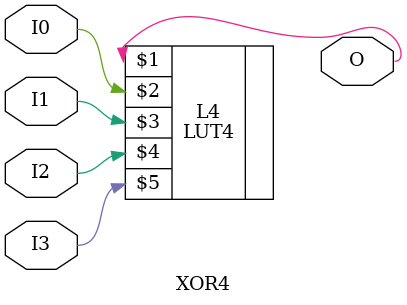
<source format=v>


`timescale  1 ps / 1 ps


module XOR4 (O, I0, I1, I2, I3);

    output O;

    input  I0, I1, I2, I3;

    LUT4 #(.INIT(16'h6996)) L4 (O, I0, I1, I2, I3);

endmodule

</source>
